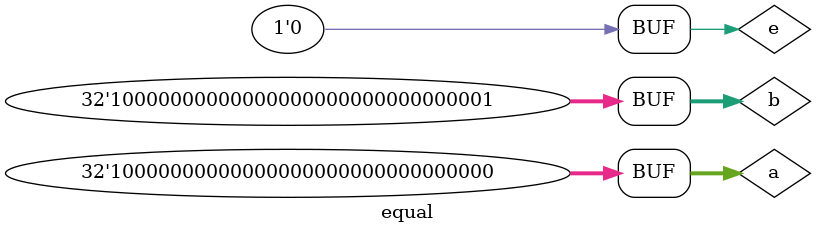
<source format=v>
`timescale 1ns / 1ps


module equal(

    );

    reg [31:0] a;
    reg [31:0] b;

    wire e;

    assign e = ~|(a ^ b);

    initial begin
        a <= 32'h80000000;
        b <= 32'h80000000;
        #20;
        a <= 32'h80000000;
        b <= 32'h80000001;
    end
endmodule

</source>
